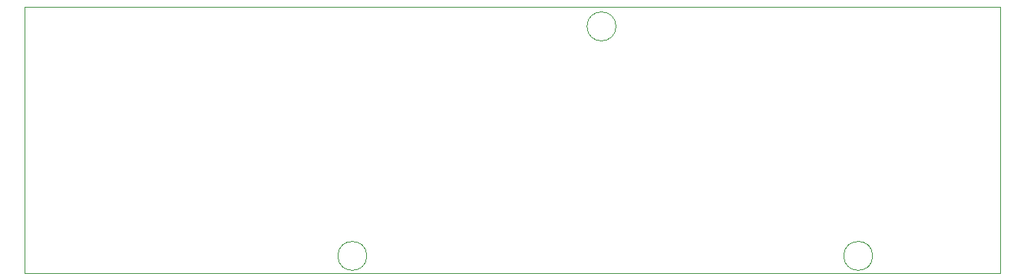
<source format=gbr>
G04 #@! TF.GenerationSoftware,KiCad,Pcbnew,(5.1.5)-3*
G04 #@! TF.CreationDate,2020-07-16T16:27:49-04:00*
G04 #@! TF.ProjectId,AIL_TSAL,41494c5f-5453-4414-9c2e-6b696361645f,rev?*
G04 #@! TF.SameCoordinates,Original*
G04 #@! TF.FileFunction,Profile,NP*
%FSLAX46Y46*%
G04 Gerber Fmt 4.6, Leading zero omitted, Abs format (unit mm)*
G04 Created by KiCad (PCBNEW (5.1.5)-3) date 2020-07-16 16:27:49*
%MOMM*%
%LPD*%
G04 APERTURE LIST*
%ADD10C,0.050000*%
G04 APERTURE END LIST*
D10*
X116484000Y-114935000D02*
G75*
G03X116484000Y-114935000I-1600000J0D01*
G01*
X172288000Y-114935000D02*
G75*
G03X172288000Y-114935000I-1600000J0D01*
G01*
X143967000Y-89535000D02*
G75*
G03X143967000Y-89535000I-1600000J0D01*
G01*
X78740000Y-115062000D02*
X78740000Y-116840000D01*
X186309000Y-105664000D02*
X186309000Y-116840000D01*
X186309000Y-99060000D02*
X186309000Y-105664000D01*
X186309000Y-91440000D02*
X186309000Y-99060000D01*
X186309000Y-87376000D02*
X186309000Y-91440000D01*
X166878000Y-116840000D02*
X186309000Y-116840000D01*
X154051000Y-116840000D02*
X166878000Y-116840000D01*
X142240000Y-116840000D02*
X154051000Y-116840000D01*
X120904000Y-116840000D02*
X142240000Y-116840000D01*
X103505000Y-116840000D02*
X120904000Y-116840000D01*
X94869000Y-116840000D02*
X103505000Y-116840000D01*
X90424000Y-116840000D02*
X94869000Y-116840000D01*
X82931000Y-116840000D02*
X90424000Y-116840000D01*
X78740000Y-116840000D02*
X82931000Y-116840000D01*
X78740000Y-113792000D02*
X78740000Y-115062000D01*
X78740000Y-108712000D02*
X78740000Y-113792000D01*
X78740000Y-87376000D02*
X78740000Y-108712000D01*
X92456000Y-87376000D02*
X78740000Y-87376000D01*
X106172000Y-87376000D02*
X92456000Y-87376000D01*
X135255000Y-87376000D02*
X106172000Y-87376000D01*
X140208000Y-87376000D02*
X135255000Y-87376000D01*
X146177000Y-87376000D02*
X140208000Y-87376000D01*
X159893000Y-87376000D02*
X146177000Y-87376000D01*
X186309000Y-87376000D02*
X159893000Y-87376000D01*
M02*

</source>
